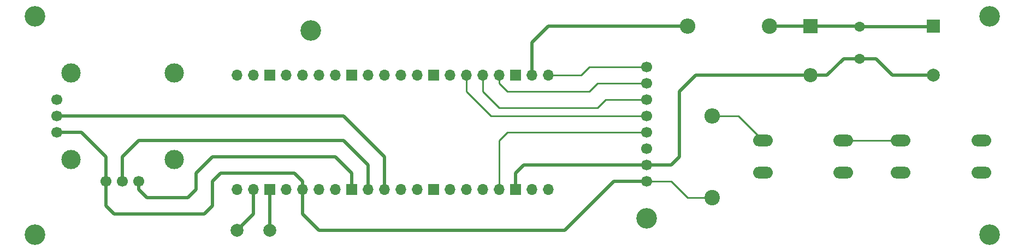
<source format=gbr>
%TF.GenerationSoftware,KiCad,Pcbnew,7.0.10*%
%TF.CreationDate,2024-02-15T20:28:35+01:00*%
%TF.ProjectId,pico_game_console,7069636f-5f67-4616-9d65-5f636f6e736f,rev?*%
%TF.SameCoordinates,Original*%
%TF.FileFunction,Copper,L1,Top*%
%TF.FilePolarity,Positive*%
%FSLAX46Y46*%
G04 Gerber Fmt 4.6, Leading zero omitted, Abs format (unit mm)*
G04 Created by KiCad (PCBNEW 7.0.10) date 2024-02-15 20:28:35*
%MOMM*%
%LPD*%
G01*
G04 APERTURE LIST*
%TA.AperFunction,ComponentPad*%
%ADD10C,1.700000*%
%TD*%
%TA.AperFunction,ComponentPad*%
%ADD11O,1.700000X1.700000*%
%TD*%
%TA.AperFunction,ComponentPad*%
%ADD12R,1.700000X1.700000*%
%TD*%
%TA.AperFunction,ComponentPad*%
%ADD13C,3.000000*%
%TD*%
%TA.AperFunction,ComponentPad*%
%ADD14C,2.000000*%
%TD*%
%TA.AperFunction,ComponentPad*%
%ADD15O,3.048000X1.850000*%
%TD*%
%TA.AperFunction,ComponentPad*%
%ADD16O,2.400000X2.400000*%
%TD*%
%TA.AperFunction,ComponentPad*%
%ADD17C,2.400000*%
%TD*%
%TA.AperFunction,ComponentPad*%
%ADD18R,2.200000X2.200000*%
%TD*%
%TA.AperFunction,ComponentPad*%
%ADD19O,2.200000X2.200000*%
%TD*%
%TA.AperFunction,ComponentPad*%
%ADD20C,1.600000*%
%TD*%
%TA.AperFunction,ComponentPad*%
%ADD21R,2.000000X2.000000*%
%TD*%
%TA.AperFunction,ViaPad*%
%ADD22C,3.200000*%
%TD*%
%TA.AperFunction,Conductor*%
%ADD23C,0.500000*%
%TD*%
%TA.AperFunction,Conductor*%
%ADD24C,0.250000*%
%TD*%
G04 APERTURE END LIST*
D10*
%TO.P,LCD1,1,VCC*%
%TO.N,Net-(LCD1-VCC)*%
X135890000Y-45720000D03*
%TO.P,LCD1,2,GND*%
%TO.N,Net-(BZ1--)*%
X135890000Y-43180000D03*
%TO.P,LCD1,3,DIN*%
%TO.N,Net-(LCD1-DIN)*%
X135890000Y-40640000D03*
%TO.P,LCD1,4,CLK*%
%TO.N,Net-(LCD1-CLK)*%
X135890000Y-38100000D03*
%TO.P,LCD1,5,CS*%
%TO.N,Net-(LCD1-CS)*%
X135890000Y-35560000D03*
%TO.P,LCD1,6,DC*%
%TO.N,Net-(LCD1-DC)*%
X135890000Y-33020000D03*
%TO.P,LCD1,7,RST*%
%TO.N,Net-(LCD1-RST)*%
X135890000Y-30480000D03*
%TO.P,LCD1,8,BL*%
%TO.N,Net-(LCD1-BL)*%
X135890000Y-27940000D03*
%TD*%
D11*
%TO.P,U1,1,GPIO0*%
%TO.N,unconnected-(U1-GPIO0-Pad1)*%
X72390000Y-29210000D03*
%TO.P,U1,2,GPIO1*%
%TO.N,unconnected-(U1-GPIO1-Pad2)*%
X74930000Y-29210000D03*
D12*
%TO.P,U1,3,GND*%
%TO.N,unconnected-(U1-GND-Pad3)*%
X77470000Y-29210000D03*
D11*
%TO.P,U1,4,GPIO2*%
%TO.N,unconnected-(U1-GPIO2-Pad4)*%
X80010000Y-29210000D03*
%TO.P,U1,5,GPIO3*%
%TO.N,unconnected-(U1-GPIO3-Pad5)*%
X82550000Y-29210000D03*
%TO.P,U1,6,GPIO4*%
%TO.N,unconnected-(U1-GPIO4-Pad6)*%
X85090000Y-29210000D03*
%TO.P,U1,7,GPIO5*%
%TO.N,unconnected-(U1-GPIO5-Pad7)*%
X87630000Y-29210000D03*
D12*
%TO.P,U1,8,GND*%
%TO.N,unconnected-(U1-GND-Pad8)*%
X90170000Y-29210000D03*
D11*
%TO.P,U1,9,GPIO6*%
%TO.N,unconnected-(U1-GPIO6-Pad9)*%
X92710000Y-29210000D03*
%TO.P,U1,10,GPIO7*%
%TO.N,unconnected-(U1-GPIO7-Pad10)*%
X95250000Y-29210000D03*
%TO.P,U1,11,GPIO8*%
%TO.N,unconnected-(U1-GPIO8-Pad11)*%
X97790000Y-29210000D03*
%TO.P,U1,12,GPIO9*%
%TO.N,unconnected-(U1-GPIO9-Pad12)*%
X100330000Y-29210000D03*
D12*
%TO.P,U1,13,GND*%
%TO.N,unconnected-(U1-GND-Pad13)*%
X102870000Y-29210000D03*
D11*
%TO.P,U1,14,GPIO10*%
%TO.N,unconnected-(U1-GPIO10-Pad14)*%
X105410000Y-29210000D03*
%TO.P,U1,15,GPIO11*%
%TO.N,Net-(LCD1-CS)*%
X107950000Y-29210000D03*
%TO.P,U1,16,GPIO12*%
%TO.N,Net-(LCD1-DC)*%
X110490000Y-29210000D03*
%TO.P,U1,17,GPIO13*%
%TO.N,Net-(LCD1-RST)*%
X113030000Y-29210000D03*
D12*
%TO.P,U1,18,GND*%
%TO.N,unconnected-(U1-GND-Pad18)*%
X115570000Y-29210000D03*
D11*
%TO.P,U1,19,GPIO14*%
%TO.N,Net-(U1-GPIO14)*%
X118110000Y-29210000D03*
%TO.P,U1,20,GPIO15*%
%TO.N,Net-(LCD1-BL)*%
X120650000Y-29210000D03*
%TO.P,U1,21,GPIO16*%
%TO.N,Net-(U1-GPIO16)*%
X120650000Y-46990000D03*
%TO.P,U1,22,GPIO17*%
%TO.N,Net-(U1-GPIO17)*%
X118110000Y-46990000D03*
D12*
%TO.P,U1,23,GND*%
%TO.N,Net-(BZ1--)*%
X115570000Y-46990000D03*
D11*
%TO.P,U1,24,GPIO18*%
%TO.N,Net-(LCD1-CLK)*%
X113030000Y-46990000D03*
%TO.P,U1,25,GPIO19*%
%TO.N,Net-(LCD1-DIN)*%
X110490000Y-46990000D03*
%TO.P,U1,26,GPIO20*%
%TO.N,unconnected-(U1-GPIO20-Pad26)*%
X107950000Y-46990000D03*
%TO.P,U1,27,GPIO21*%
%TO.N,unconnected-(U1-GPIO21-Pad27)*%
X105410000Y-46990000D03*
D12*
%TO.P,U1,28,GND*%
%TO.N,unconnected-(U1-GND-Pad28)*%
X102870000Y-46990000D03*
D11*
%TO.P,U1,29,GPIO22*%
%TO.N,unconnected-(U1-GPIO22-Pad29)*%
X100330000Y-46990000D03*
%TO.P,U1,30,RUN*%
%TO.N,unconnected-(U1-RUN-Pad30)*%
X97790000Y-46990000D03*
%TO.P,U1,31,GPIO26_ADC0*%
%TO.N,Net-(JOY1-YOUT)*%
X95250000Y-46990000D03*
%TO.P,U1,32,GPIO27_ADC1*%
%TO.N,Net-(JOY1-XOUT)*%
X92710000Y-46990000D03*
D12*
%TO.P,U1,33,AGND*%
%TO.N,Net-(U1-AGND)*%
X90170000Y-46990000D03*
D11*
%TO.P,U1,34,GPIO28_ADC2*%
%TO.N,unconnected-(U1-GPIO28_ADC2-Pad34)*%
X87630000Y-46990000D03*
%TO.P,U1,35,ADC_VREF*%
%TO.N,unconnected-(U1-ADC_VREF-Pad35)*%
X85090000Y-46990000D03*
%TO.P,U1,36,3V3*%
%TO.N,Net-(LCD1-VCC)*%
X82550000Y-46990000D03*
%TO.P,U1,37,3V3_EN*%
%TO.N,unconnected-(U1-3V3_EN-Pad37)*%
X80010000Y-46990000D03*
D12*
%TO.P,U1,38,GND*%
%TO.N,Net-(+3V/GND1--)*%
X77470000Y-46990000D03*
D11*
%TO.P,U1,39,VSYS*%
%TO.N,Net-(+3V/GND1-+)*%
X74930000Y-46990000D03*
%TO.P,U1,40,VBUS*%
%TO.N,unconnected-(U1-VBUS-Pad40)*%
X72390000Y-46990000D03*
%TD*%
D10*
%TO.P,JOY1,1,VCC*%
%TO.N,Net-(LCD1-VCC)*%
X52070000Y-45720000D03*
%TO.P,JOY1,2,XOUT*%
%TO.N,Net-(JOY1-XOUT)*%
X54610000Y-45720000D03*
%TO.P,JOY1,3,GND*%
%TO.N,Net-(U1-AGND)*%
X57150000Y-45720000D03*
%TO.P,JOY1,4,GND*%
%TO.N,Net-(LCD1-VCC)*%
X44450000Y-38100000D03*
%TO.P,JOY1,5,YOUT*%
%TO.N,Net-(JOY1-YOUT)*%
X44450000Y-35560000D03*
%TO.P,JOY1,6,VCC*%
%TO.N,Net-(U1-AGND)*%
X44450000Y-33020000D03*
D13*
%TO.P,JOY1,8*%
%TO.N,N/C*%
X46610000Y-28810000D03*
X46610000Y-42310000D03*
X62610000Y-28810000D03*
X62610000Y-42310000D03*
%TD*%
D14*
%TO.P,+3V/GND1,1,+*%
%TO.N,Net-(+3V/GND1-+)*%
X72390000Y-53340000D03*
%TO.P,+3V/GND1,2,-*%
%TO.N,Net-(+3V/GND1--)*%
X77470000Y-53340000D03*
%TD*%
D15*
%TO.P,SW2,2,2*%
%TO.N,Net-(U1-GPIO17)*%
X187760000Y-44370000D03*
X175260000Y-44370000D03*
%TO.P,SW2,1,1*%
%TO.N,Net-(R1-Pad2)*%
X187760000Y-39370000D03*
X175260000Y-39370000D03*
%TD*%
%TO.P,SW1,2,2*%
%TO.N,Net-(U1-GPIO16)*%
X166370000Y-44370000D03*
X153870000Y-44370000D03*
%TO.P,SW1,1,1*%
%TO.N,Net-(R1-Pad2)*%
X166370000Y-39370000D03*
X153870000Y-39370000D03*
%TD*%
D16*
%TO.P,R2,2*%
%TO.N,Net-(U1-GPIO14)*%
X142240000Y-21590000D03*
D17*
%TO.P,R2,1*%
%TO.N,Net-(BZ1-+)*%
X154940000Y-21590000D03*
%TD*%
%TO.P,R1,1*%
%TO.N,Net-(LCD1-VCC)*%
X146050000Y-48260000D03*
D16*
%TO.P,R1,2*%
%TO.N,Net-(R1-Pad2)*%
X146050000Y-35560000D03*
%TD*%
D18*
%TO.P,D1,1,K*%
%TO.N,Net-(BZ1-+)*%
X161290000Y-21590000D03*
D19*
%TO.P,D1,2,A*%
%TO.N,Net-(BZ1--)*%
X161290000Y-29210000D03*
%TD*%
D20*
%TO.P,C1,1*%
%TO.N,Net-(BZ1-+)*%
X168910000Y-21630000D03*
%TO.P,C1,2*%
%TO.N,Net-(BZ1--)*%
X168910000Y-26630000D03*
%TD*%
D21*
%TO.P,BZ1,1,+*%
%TO.N,Net-(BZ1-+)*%
X180340000Y-21600000D03*
D14*
%TO.P,BZ1,2,-*%
%TO.N,Net-(BZ1--)*%
X180340000Y-29200000D03*
%TD*%
D22*
%TO.N,*%
X189000000Y-20000000D03*
X189000000Y-54000000D03*
X41000000Y-54000000D03*
X41000000Y-20000000D03*
X83820000Y-22225000D03*
X135890000Y-51435000D03*
%TD*%
D23*
%TO.N,Net-(+3V/GND1-+)*%
X74930000Y-50800000D02*
X72390000Y-53340000D01*
X74930000Y-46990000D02*
X74930000Y-50800000D01*
D24*
%TO.N,Net-(R1-Pad2)*%
X150060000Y-35560000D02*
X153870000Y-39370000D01*
X146050000Y-35560000D02*
X150060000Y-35560000D01*
D23*
%TO.N,Net-(JOY1-YOUT)*%
X95250000Y-41910000D02*
X95250000Y-46990000D01*
X88900000Y-35560000D02*
X95250000Y-41910000D01*
X44450000Y-35560000D02*
X88900000Y-35560000D01*
%TO.N,Net-(JOY1-XOUT)*%
X92710000Y-43180000D02*
X92710000Y-46990000D01*
X57150000Y-39370000D02*
X88900000Y-39370000D01*
X54610000Y-41910000D02*
X57150000Y-39370000D01*
X88900000Y-39370000D02*
X92710000Y-43180000D01*
X54610000Y-45720000D02*
X54610000Y-41910000D01*
%TO.N,Net-(U1-AGND)*%
X57150000Y-46990000D02*
X57150000Y-45720000D01*
X64770000Y-48260000D02*
X58420000Y-48260000D01*
X58420000Y-48260000D02*
X57150000Y-46990000D01*
X66040000Y-46990000D02*
X64770000Y-48260000D01*
X66040000Y-44450000D02*
X66040000Y-46990000D01*
X68580000Y-41910000D02*
X66040000Y-44450000D01*
%TO.N,Net-(LCD1-VCC)*%
X82550000Y-45720000D02*
X81280000Y-44450000D01*
X82550000Y-46990000D02*
X82550000Y-45720000D01*
X69850000Y-44450000D02*
X68580000Y-45720000D01*
X81280000Y-44450000D02*
X69850000Y-44450000D01*
X68580000Y-45720000D02*
X68580000Y-49530000D01*
X68580000Y-49530000D02*
X67310000Y-50800000D01*
X53340000Y-50800000D02*
X52070000Y-49530000D01*
X67310000Y-50800000D02*
X53340000Y-50800000D01*
X52070000Y-49530000D02*
X52070000Y-45720000D01*
%TO.N,Net-(U1-AGND)*%
X90170000Y-44450000D02*
X87630000Y-41910000D01*
X90170000Y-46990000D02*
X90170000Y-44450000D01*
X87630000Y-41910000D02*
X68580000Y-41910000D01*
%TO.N,Net-(LCD1-VCC)*%
X48260000Y-38100000D02*
X44450000Y-38100000D01*
X52070000Y-41910000D02*
X48260000Y-38100000D01*
X52070000Y-45720000D02*
X52070000Y-41910000D01*
%TO.N,Net-(+3V/GND1--)*%
X77470000Y-53340000D02*
X77470000Y-46990000D01*
D24*
%TO.N,Net-(LCD1-CLK)*%
X113030000Y-39370000D02*
X113030000Y-46990000D01*
X114300000Y-38100000D02*
X113030000Y-39370000D01*
X135890000Y-38100000D02*
X114300000Y-38100000D01*
%TO.N,Net-(LCD1-CS)*%
X111760000Y-35560000D02*
X107950000Y-31750000D01*
X135890000Y-35560000D02*
X111760000Y-35560000D01*
X107950000Y-31750000D02*
X107950000Y-29210000D01*
%TO.N,Net-(LCD1-DC)*%
X113030000Y-34290000D02*
X110490000Y-31750000D01*
X110490000Y-31750000D02*
X110490000Y-29210000D01*
X128270000Y-34290000D02*
X113030000Y-34290000D01*
X135890000Y-33020000D02*
X129540000Y-33020000D01*
X129540000Y-33020000D02*
X128270000Y-34290000D01*
%TO.N,Net-(LCD1-RST)*%
X114300000Y-31750000D02*
X113030000Y-30480000D01*
X127000000Y-31750000D02*
X114300000Y-31750000D01*
X135890000Y-30480000D02*
X128270000Y-30480000D01*
X128270000Y-30480000D02*
X127000000Y-31750000D01*
X113030000Y-30480000D02*
X113030000Y-29210000D01*
%TO.N,Net-(LCD1-BL)*%
X127000000Y-27940000D02*
X125730000Y-29210000D01*
X135890000Y-27940000D02*
X127000000Y-27940000D01*
X125730000Y-29210000D02*
X120650000Y-29210000D01*
D23*
%TO.N,Net-(LCD1-VCC)*%
X130810000Y-45720000D02*
X135890000Y-45720000D01*
X85090000Y-53340000D02*
X123190000Y-53340000D01*
X123190000Y-53340000D02*
X130810000Y-45720000D01*
X82550000Y-50800000D02*
X85090000Y-53340000D01*
X82550000Y-46990000D02*
X82550000Y-50800000D01*
D24*
X142240000Y-48260000D02*
X146050000Y-48260000D01*
X139700000Y-45720000D02*
X142240000Y-48260000D01*
X135890000Y-45720000D02*
X139700000Y-45720000D01*
D23*
%TO.N,Net-(BZ1--)*%
X171410000Y-26630000D02*
X168910000Y-26630000D01*
X173980000Y-29200000D02*
X171410000Y-26630000D01*
X180340000Y-29200000D02*
X173980000Y-29200000D01*
X163830000Y-29210000D02*
X161290000Y-29210000D01*
X166410000Y-26630000D02*
X163830000Y-29210000D01*
X168910000Y-26630000D02*
X166410000Y-26630000D01*
X116840000Y-43180000D02*
X115570000Y-44450000D01*
X135890000Y-43180000D02*
X116840000Y-43180000D01*
X115570000Y-44450000D02*
X115570000Y-46990000D01*
X139700000Y-43180000D02*
X135890000Y-43180000D01*
X140970000Y-41910000D02*
X139700000Y-43180000D01*
X140970000Y-31750000D02*
X140970000Y-41910000D01*
X161290000Y-29210000D02*
X143510000Y-29210000D01*
X143510000Y-29210000D02*
X140970000Y-31750000D01*
%TO.N,Net-(U1-GPIO14)*%
X118110000Y-24130000D02*
X118110000Y-29210000D01*
X120650000Y-21590000D02*
X118110000Y-24130000D01*
X142240000Y-21590000D02*
X120650000Y-21590000D01*
D24*
%TO.N,Net-(R1-Pad2)*%
X166370000Y-39370000D02*
X175260000Y-39370000D01*
%TO.N,Net-(BZ1-+)*%
X180310000Y-21630000D02*
X180340000Y-21600000D01*
D23*
X168910000Y-21630000D02*
X180310000Y-21630000D01*
D24*
X168870000Y-21590000D02*
X168910000Y-21630000D01*
D23*
X161290000Y-21590000D02*
X168870000Y-21590000D01*
X154940000Y-21590000D02*
X161290000Y-21590000D01*
%TD*%
M02*

</source>
